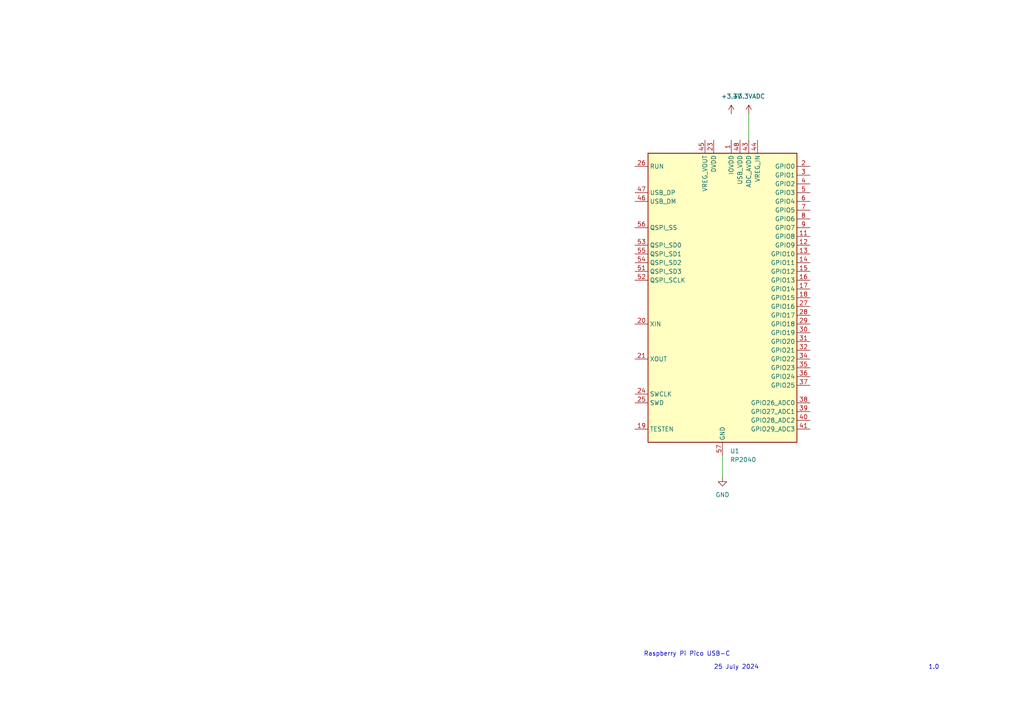
<source format=kicad_sch>
(kicad_sch (version 20231120) (generator "eeschema") (generator_version "8.0")
  (paper "A4")
  (lib_symbols
    (symbol "MCU_RaspberryPi:RP2040"
      (property "Reference" "U" (at 17.78 45.72 0))
      (property "Value" "RP2040" (at 17.78 43.18 0))
      (symbol "RP2040_0_1"
        (rectangle (start -21.59 41.91) (end 21.59 -41.91) (stroke (width 0.254)) (fill (type background)))
      )
      (symbol "RP2040_1_1"
        (pin power_in line (at 2.54 45.72 270) (length 3.81) (name "IOVDD") (number "1"))
        (pin passive line (at 2.54 45.72 270) (length 3.81) hide (name "IOVDD") (number "10"))
        (pin bidirectional line (at 25.4 17.78 180) (length 3.81) (name "GPIO8") (number "11"))
        (pin bidirectional line (at 25.4 15.24 180) (length 3.81) (name "GPIO9") (number "12"))
        (pin bidirectional line (at 25.4 12.7 180) (length 3.81) (name "GPIO10") (number "13"))
        (pin bidirectional line (at 25.4 10.16 180) (length 3.81) (name "GPIO11") (number "14"))
        (pin bidirectional line (at 25.4 7.62 180) (length 3.81) (name "GPIO12") (number "15"))
        (pin bidirectional line (at 25.4 5.08 180) (length 3.81) (name "GPIO13") (number "16"))
        (pin bidirectional line (at 25.4 2.54 180) (length 3.81) (name "GPIO14") (number "17"))
        (pin bidirectional line (at 25.4 0 180) (length 3.81) (name "GPIO15") (number "18"))
        (pin input line (at -25.4 -38.1 0) (length 3.81) (name "TESTEN") (number "19"))
        (pin bidirectional line (at 25.4 38.1 180) (length 3.81) (name "GPIO0") (number "2"))
        (pin input line (at -25.4 -7.62 0) (length 3.81) (name "XIN") (number "20"))
        (pin passive line (at -25.4 -17.78 0) (length 3.81) (name "XOUT") (number "21"))
        (pin passive line (at 2.54 45.72 270) (length 3.81) hide (name "IOVDD") (number "22"))
        (pin power_in line (at -2.54 45.72 270) (length 3.81) (name "DVDD") (number "23"))
        (pin input line (at -25.4 -27.94 0) (length 3.81) (name "SWCLK") (number "24"))
        (pin bidirectional line (at -25.4 -30.48 0) (length 3.81) (name "SWD") (number "25"))
        (pin input line (at -25.4 38.1 0) (length 3.81) (name "RUN") (number "26"))
        (pin bidirectional line (at 25.4 -2.54 180) (length 3.81) (name "GPIO16") (number "27"))
        (pin bidirectional line (at 25.4 -5.08 180) (length 3.81) (name "GPIO17") (number "28"))
        (pin bidirectional line (at 25.4 -7.62 180) (length 3.81) (name "GPIO18") (number "29"))
        (pin bidirectional line (at 25.4 35.56 180) (length 3.81) (name "GPIO1") (number "3"))
        (pin bidirectional line (at 25.4 -10.16 180) (length 3.81) (name "GPIO19") (number "30"))
        (pin bidirectional line (at 25.4 -12.7 180) (length 3.81) (name "GPIO20") (number "31"))
        (pin bidirectional line (at 25.4 -15.24 180) (length 3.81) (name "GPIO21") (number "32"))
        (pin passive line (at 2.54 45.72 270) (length 3.81) hide (name "IOVDD") (number "33"))
        (pin bidirectional line (at 25.4 -17.78 180) (length 3.81) (name "GPIO22") (number "34"))
        (pin bidirectional line (at 25.4 -20.32 180) (length 3.81) (name "GPIO23") (number "35"))
        (pin bidirectional line (at 25.4 -22.86 180) (length 3.81) (name "GPIO24") (number "36"))
        (pin bidirectional line (at 25.4 -25.4 180) (length 3.81) (name "GPIO25") (number "37"))
        (pin bidirectional line (at 25.4 -30.48 180) (length 3.81) (name "GPIO26_ADC0") (number "38"))
        (pin bidirectional line (at 25.4 -33.02 180) (length 3.81) (name "GPIO27_ADC1") (number "39"))
        (pin bidirectional line (at 25.4 33.02 180) (length 3.81) (name "GPIO2") (number "4"))
        (pin bidirectional line (at 25.4 -35.56 180) (length 3.81) (name "GPIO28_ADC2") (number "40"))
        (pin bidirectional line (at 25.4 -38.1 180) (length 3.81) (name "GPIO29_ADC3") (number "41"))
        (pin passive line (at 2.54 45.72 270) (length 3.81) hide (name "IOVDD") (number "42"))
        (pin power_in line (at 7.62 45.72 270) (length 3.81) (name "ADC_AVDD") (number "43"))
        (pin power_in line (at 10.16 45.72 270) (length 3.81) (name "VREG_IN") (number "44"))
        (pin power_out line (at -5.08 45.72 270) (length 3.81) (name "VREG_VOUT") (number "45"))
        (pin bidirectional line (at -25.4 27.94 0) (length 3.81) (name "USB_DM") (number "46"))
        (pin bidirectional line (at -25.4 30.48 0) (length 3.81) (name "USB_DP") (number "47"))
        (pin power_in line (at 5.08 45.72 270) (length 3.81) (name "USB_VDD") (number "48"))
        (pin passive line (at 2.54 45.72 270) (length 3.81) hide (name "IOVDD") (number "49"))
        (pin bidirectional line (at 25.4 30.48 180) (length 3.81) (name "GPIO3") (number "5"))
        (pin passive line (at -2.54 45.72 270) (length 3.81) hide (name "DVDD") (number "50"))
        (pin bidirectional line (at -25.4 7.62 0) (length 3.81) (name "QSPI_SD3") (number "51"))
        (pin output line (at -25.4 5.08 0) (length 3.81) (name "QSPI_SCLK") (number "52"))
        (pin bidirectional line (at -25.4 15.24 0) (length 3.81) (name "QSPI_SD0") (number "53"))
        (pin bidirectional line (at -25.4 10.16 0) (length 3.81) (name "QSPI_SD2") (number "54"))
        (pin bidirectional line (at -25.4 12.7 0) (length 3.81) (name "QSPI_SD1") (number "55"))
        (pin bidirectional line (at -25.4 20.32 0) (length 3.81) (name "QSPI_SS") (number "56"))
        (pin power_in line (at 0 -45.72 90) (length 3.81) (name "GND") (number "57"))
        (pin bidirectional line (at 25.4 27.94 180) (length 3.81) (name "GPIO4") (number "6"))
        (pin bidirectional line (at 25.4 25.4 180) (length 3.81) (name "GPIO5") (number "7"))
        (pin bidirectional line (at 25.4 22.86 180) (length 3.81) (name "GPIO6") (number "8"))
        (pin bidirectional line (at 25.4 20.32 180) (length 3.81) (name "GPIO7") (number "9"))
      )
    )
    (symbol "power:+3.3V" (power) (pin_numbers hide) (pin_names (offset 0) hide)
      (property "Value" "+3.3V" (at 0 3.556 0))
      (symbol "+3.3V_0_1"
        (polyline (pts (xy -0.762 1.27) (xy 0 2.54)))
        (polyline (pts (xy 0 0) (xy 0 2.54)))
        (polyline (pts (xy 0 2.54) (xy 0.762 1.27)))
      )
      (symbol "+3.3V_1_1"
        (pin power_in line (at 0 0 90) (length 0) (name "~") (number "1"))
      )
    )
    (symbol "power:+3.3VADC" (power) (pin_numbers hide) (pin_names (offset 0) hide)
      (property "Value" "+3.3VADC" (at 0 3.556 0))
      (symbol "+3.3VADC_0_0"
        (pin power_in line (at 0 0 90) (length 0) (name "~") (number "1"))
      )
      (symbol "+3.3VADC_0_1"
        (polyline (pts (xy -0.762 1.27) (xy 0 2.54)))
        (polyline (pts (xy 0 0) (xy 0 2.54)))
        (polyline (pts (xy 0 2.54) (xy 0.762 1.27)))
      )
    )
    (symbol "power:GND" (power) (pin_names (offset 0))
      (property "Value" "GND" (at 0 -3.81 0))
      (symbol "GND_0_1"
        (polyline (pts (xy 0 0) (xy 0 -1.27) (xy 1.27 -1.27) (xy 0 -2.54) (xy -1.27 -1.27) (xy 0 -1.27)))
      )
      (symbol "GND_1_1"
        (pin power_in line (at 0 0 270) (length 0) hide (name "GND") (number "1"))
      )
    )
  )
  (wire (pts (xy 217.17 33.02) (xy 217.17 40.64)))
  (wire (pts (xy 209.55 132.08) (xy 209.55 138.43)))
  (text "25 July 2024" (at 207.01 194.31 0) (effects (font (size 1.27 1.27)) (justify left bottom)))
  (text "Raspberry Pi Pico USB-C" (at 186.69 190.5 0) (effects (font (size 1.27 1.27)) (justify left bottom)))
  (text "1.0" (at 269.24 194.31 0) (effects (font (size 1.27 1.27)) (justify left bottom)))
  (symbol (lib_id "MCU_RaspberryPi:RP2040") (at 209.55 86.36 0) (unit 1)
    (property "Reference" "U1" (at 211.7441 130.81 0) (effects (justify left)))
    (property "Value" "RP2040" (at 211.7441 133.35 0) (effects (justify left)))
    (property "Footprint" "Package_DFN_QFN:QFN-56-1EP_7x7mm_P0.4mm_EP3.2x3.2mm" (effects (hide yes)))
    (property "Datasheet" "https://datasheets.raspberrypi.com/rp2040/rp2040-datasheet.pdf" (effects (hide yes)))
  )
  (symbol (lib_id "power:+3.3V") (at 212.09 33.02 0) (unit 1)
    (property "Reference" "#PWR03" (effects (hide yes)))
    (property "Value" "+3.3V" (at 212.09 27.94 0))
    (property "Description" "Power symbol creates a global label with name \"+3.3V\"" (effects (hide yes)))
  )
  (symbol (lib_id "power:+3.3VADC") (at 217.17 33.02 0) (unit 1)
    (property "Reference" "#PWR02" (effects (hide yes)))
    (property "Value" "+3.3VADC" (at 217.17 27.94 0))
    (property "Description" "Power symbol creates a global label with name \"+3.3VADC\"" (effects (hide yes)))
  )
  (symbol (lib_id "power:GND") (at 209.55 138.43 0) (unit 1)
    (property "Reference" "#PWR01" (effects (hide yes)))
    (property "Value" "GND" (at 209.55 143.51 0))
  )
)
</source>
